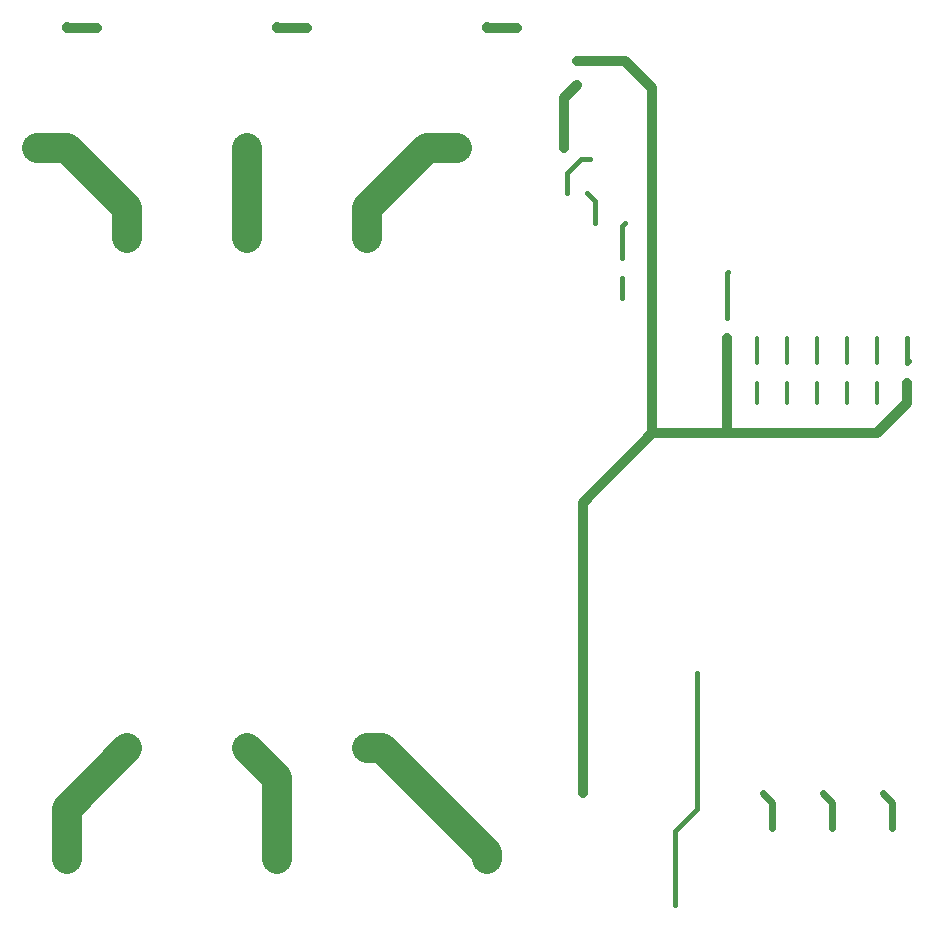
<source format=gbr>
G04 EAGLE Gerber RS-274X export*
G75*
%MOMM*%
%FSLAX34Y34*%
%LPD*%
%INTop Copper*%
%IPPOS*%
%AMOC8*
5,1,8,0,0,1.08239X$1,22.5*%
G01*
%ADD10C,2.540000*%
%ADD11C,0.609600*%
%ADD12C,0.812800*%
%ADD13C,0.406400*%
%ADD14C,0.304800*%


D10*
X444100Y33600D02*
X444100Y38500D01*
X355600Y127000D01*
X342900Y127000D01*
D11*
X787400Y80900D02*
X787400Y59300D01*
X787400Y80900D02*
X779400Y88900D01*
D10*
X342900Y558800D02*
X342900Y584200D01*
X393700Y635000D01*
X419100Y635000D01*
X266300Y102000D02*
X266300Y33600D01*
X266300Y102000D02*
X241300Y127000D01*
D11*
X736600Y80900D02*
X736600Y59300D01*
X736600Y80900D02*
X728600Y88900D01*
D10*
X241300Y558800D02*
X241300Y635000D01*
X88500Y75800D02*
X88500Y33600D01*
X88500Y75800D02*
X139700Y127000D01*
D11*
X685800Y80900D02*
X685800Y59300D01*
X685800Y80900D02*
X677800Y88900D01*
D10*
X139700Y558800D02*
X139700Y584200D01*
X88900Y635000D01*
X63500Y635000D01*
D12*
X525400Y334900D02*
X525400Y88900D01*
X800100Y419100D02*
X800100Y435938D01*
D13*
X800038Y436000D01*
D12*
X647638Y474100D02*
X647638Y393763D01*
X647700Y393700D02*
X774700Y393700D01*
X800100Y419100D01*
D13*
X647700Y393700D02*
X647638Y393763D01*
D12*
X561500Y708500D02*
X520700Y708500D01*
X561500Y708500D02*
X584200Y685800D01*
X584200Y393700D01*
X525400Y334900D01*
X584263Y393763D02*
X647638Y393763D01*
X584263Y393763D02*
X584200Y393700D01*
D14*
X673038Y419100D02*
X673038Y436000D01*
X698438Y436000D02*
X698438Y419100D01*
X723838Y419100D02*
X723838Y436000D01*
X749238Y436000D02*
X749238Y419100D01*
X774638Y419100D02*
X774638Y436000D01*
D13*
X558800Y541900D02*
X558800Y569340D01*
X560960Y571500D01*
X603300Y56900D02*
X603300Y-6100D01*
X622300Y75900D02*
X622300Y190500D01*
X622300Y75900D02*
X603300Y56900D01*
D12*
X444500Y736600D02*
X444500Y737800D01*
X444500Y736600D02*
X469900Y736600D01*
X266700Y736600D02*
X266700Y737800D01*
X266700Y736600D02*
X292100Y736600D01*
X88900Y736600D02*
X88900Y737800D01*
X88900Y736600D02*
X114300Y736600D01*
D13*
X558800Y524900D02*
X558800Y508000D01*
X800038Y463550D02*
X800038Y453000D01*
X800038Y463550D02*
X800038Y474100D01*
X800038Y466700D02*
X800038Y463550D01*
X801638Y454600D02*
X800038Y453000D01*
D14*
X774638Y463550D02*
X774638Y474100D01*
X774638Y463550D02*
X774638Y453000D01*
X749238Y463550D02*
X749238Y474100D01*
X749238Y463550D02*
X749238Y453000D01*
X723838Y463550D02*
X723838Y474100D01*
X723838Y463550D02*
X723838Y453000D01*
X698438Y463550D02*
X698438Y474100D01*
X698438Y463550D02*
X698438Y453000D01*
X673038Y463550D02*
X673038Y474100D01*
X673038Y463550D02*
X673038Y453000D01*
D13*
X647638Y491100D02*
X647638Y529438D01*
X648400Y530200D01*
X512200Y596900D02*
X512200Y613800D01*
X523900Y625500D01*
X531700Y625500D01*
D12*
X509700Y635000D02*
X509700Y677500D01*
X520700Y688500D01*
D13*
X535560Y590540D02*
X535560Y571500D01*
X535560Y590540D02*
X529200Y596900D01*
M02*

</source>
